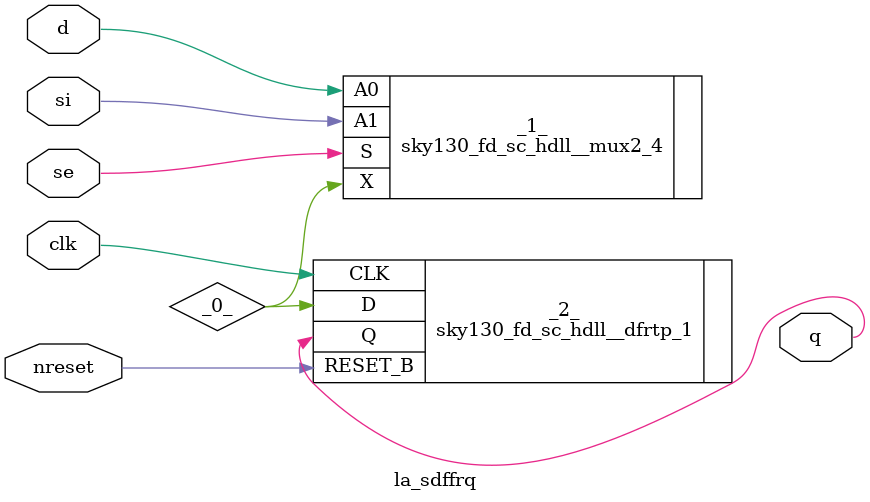
<source format=v>

/* Generated by Yosys 0.37 (git sha1 a5c7f69ed, clang 14.0.0-1ubuntu1.1 -fPIC -Os) */

module la_sdffrq(d, si, se, clk, nreset, q);
  wire _0_;
  input clk;
  wire clk;
  input d;
  wire d;
  input nreset;
  wire nreset;
  output q;
  wire q;
  input se;
  wire se;
  input si;
  wire si;
  sky130_fd_sc_hdll__mux2_4 _1_ (
    .A0(d),
    .A1(si),
    .S(se),
    .X(_0_)
  );
  sky130_fd_sc_hdll__dfrtp_1 _2_ (
    .CLK(clk),
    .D(_0_),
    .Q(q),
    .RESET_B(nreset)
  );
endmodule

</source>
